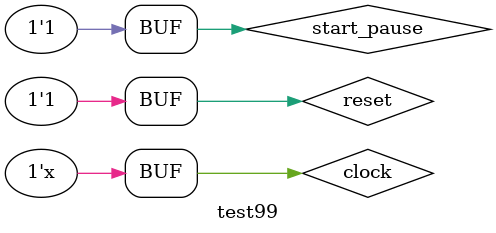
<source format=v>
`timescale 1ns / 1ps


module test99;

	// Inputs
	reg clock;
	reg reset;
	reg start_pause;

	// Outputs
	wire [3:0] count_high;
	wire [3:0] count_low;

	// Instantiate the Unit Under Test (UUT)
	CounterTo99 uut (
		.count_high(count_high), 
		.count_low(count_low), 
		.clock(clock), 
		.reset(reset), 
		.start_pause(start_pause)
	);

	initial begin
		// Initialize Inputs
		clock = 0;
		reset = 0;
		start_pause = 0;

		// Wait 100 ns for global reset to finish
		#100;
        reset=1;
		  start_pause=1;
		// Add stimulus here

	end
      always
		#10 clock = ~clock;
		
		
endmodule


</source>
